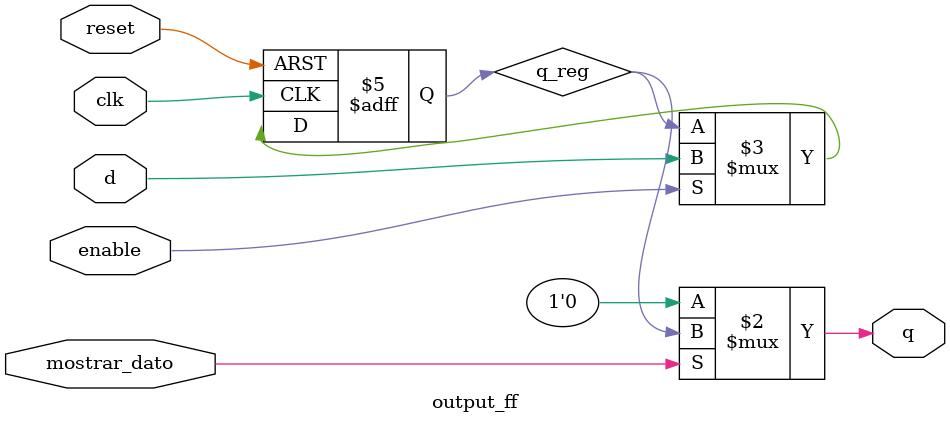
<source format=sv>
module output_ff (
    input  logic clk,     
    input  logic reset,    
    input  logic enable,    
    input  logic mostrar_dato,   
    input  logic d,     
    output logic q 
);

    logic q_reg; 

    always_ff @(posedge clk or posedge reset) begin
        if (reset) begin
            q_reg <= 1'b0;           
        end else if (enable) begin
            q_reg <= d;          
        end
       
    end

    assign q = mostrar_dato ? q_reg : 1'b0; 

endmodule


</source>
